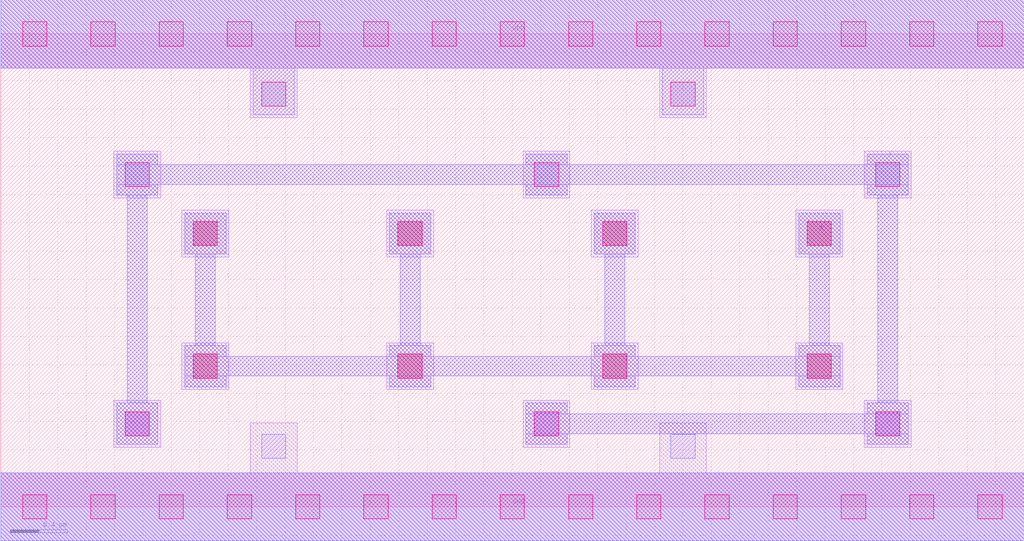
<source format=lef>
MACRO INVX8
 CLASS CORE ;
 FOREIGN INVX8 0 0 ;
 SIZE 7.2 BY 3.33 ;
 ORIGIN 0 0 ;
 SYMMETRY X Y R90 ;
 SITE unit ;
  PIN VDD
   DIRECTION INOUT ;
   USE POWER ;
   SHAPE ABUTMENT ;
    PORT
     CLASS CORE ;
       LAYER li1 ;
        RECT 0.00000000 3.09000000 7.20000000 3.57000000 ;
       LAYER met1 ;
        RECT 0.00000000 3.09000000 7.20000000 3.57000000 ;
    END
  END VDD

  PIN GND
   DIRECTION INOUT ;
   USE POWER ;
   SHAPE ABUTMENT ;
    PORT
     CLASS CORE ;
       LAYER li1 ;
        RECT 0.00000000 -0.24000000 7.20000000 0.24000000 ;
       LAYER met1 ;
        RECT 0.00000000 -0.24000000 7.20000000 0.24000000 ;
    END
  END GND

  PIN Y
   DIRECTION INOUT ;
   USE SIGNAL ;
   SHAPE ABUTMENT ;
    PORT
     CLASS CORE ;
       LAYER met1 ;
        RECT 3.69500000 0.44000000 3.98500000 0.51500000 ;
        RECT 6.09500000 0.44000000 6.38500000 0.51500000 ;
        RECT 3.69500000 0.51500000 6.38500000 0.65500000 ;
        RECT 0.81500000 0.44000000 1.10500000 0.73000000 ;
        RECT 3.69500000 0.65500000 3.98500000 0.73000000 ;
        RECT 6.09500000 0.65500000 6.38500000 0.73000000 ;
        RECT 0.89000000 0.73000000 1.03000000 2.19500000 ;
        RECT 6.17000000 0.73000000 6.31000000 2.19500000 ;
        RECT 0.81500000 2.19500000 1.10500000 2.27000000 ;
        RECT 3.69500000 2.19500000 3.98500000 2.27000000 ;
        RECT 6.09500000 2.19500000 6.38500000 2.27000000 ;
        RECT 0.81500000 2.27000000 6.38500000 2.41000000 ;
        RECT 0.81500000 2.41000000 1.10500000 2.48500000 ;
        RECT 3.69500000 2.41000000 3.98500000 2.48500000 ;
        RECT 6.09500000 2.41000000 6.38500000 2.48500000 ;
    END
  END Y

  PIN A
   DIRECTION INOUT ;
   USE SIGNAL ;
   SHAPE ABUTMENT ;
    PORT
     CLASS CORE ;
       LAYER met1 ;
        RECT 1.29500000 0.84500000 1.58500000 0.92000000 ;
        RECT 2.73500000 0.84500000 3.02500000 0.92000000 ;
        RECT 4.17500000 0.84500000 4.46500000 0.92000000 ;
        RECT 5.61500000 0.84500000 5.90500000 0.92000000 ;
        RECT 1.29500000 0.92000000 5.90500000 1.06000000 ;
        RECT 1.29500000 1.06000000 1.58500000 1.13500000 ;
        RECT 2.73500000 1.06000000 3.02500000 1.13500000 ;
        RECT 4.17500000 1.06000000 4.46500000 1.13500000 ;
        RECT 5.61500000 1.06000000 5.90500000 1.13500000 ;
        RECT 1.37000000 1.13500000 1.51000000 1.78000000 ;
        RECT 2.81000000 1.13500000 2.95000000 1.78000000 ;
        RECT 4.25000000 1.13500000 4.39000000 1.78000000 ;
        RECT 5.69000000 1.13500000 5.83000000 1.78000000 ;
        RECT 1.29500000 1.78000000 1.58500000 2.07000000 ;
        RECT 2.73500000 1.78000000 3.02500000 2.07000000 ;
        RECT 4.17500000 1.78000000 4.46500000 2.07000000 ;
        RECT 5.61500000 1.78000000 5.90500000 2.07000000 ;
    END
  END A

 OBS
    LAYER polycont ;
     RECT 1.35500000 0.90500000 1.52500000 1.07500000 ;
     RECT 2.79500000 0.90500000 2.96500000 1.07500000 ;
     RECT 4.23500000 0.90500000 4.40500000 1.07500000 ;
     RECT 5.67500000 0.90500000 5.84500000 1.07500000 ;
     RECT 1.35500000 1.84000000 1.52500000 2.01000000 ;
     RECT 2.79500000 1.84000000 2.96500000 2.01000000 ;
     RECT 4.23500000 1.84000000 4.40500000 2.01000000 ;
     RECT 5.67500000 1.84000000 5.84500000 2.01000000 ;

    LAYER pdiffc ;
     RECT 0.87500000 2.25500000 1.04500000 2.42500000 ;
     RECT 3.75500000 2.25500000 3.92500000 2.42500000 ;
     RECT 6.15500000 2.25500000 6.32500000 2.42500000 ;
     RECT 1.83500000 2.82000000 2.00500000 2.99000000 ;
     RECT 4.71500000 2.82000000 4.88500000 2.99000000 ;

    LAYER ndiffc ;
     RECT 1.83500000 0.34000000 2.00500000 0.51000000 ;
     RECT 4.71500000 0.34000000 4.88500000 0.51000000 ;
     RECT 0.87500000 0.50000000 1.04500000 0.67000000 ;
     RECT 3.75500000 0.50000000 3.92500000 0.67000000 ;
     RECT 6.15500000 0.50000000 6.32500000 0.67000000 ;

    LAYER li1 ;
     RECT 0.00000000 -0.24000000 7.20000000 0.24000000 ;
     RECT 1.75500000 0.24000000 2.08500000 0.59000000 ;
     RECT 4.63500000 0.24000000 4.96500000 0.59000000 ;
     RECT 0.79500000 0.42000000 1.12500000 0.75000000 ;
     RECT 3.67500000 0.42000000 4.00500000 0.75000000 ;
     RECT 6.07500000 0.42000000 6.40500000 0.75000000 ;
     RECT 1.27500000 0.82500000 1.60500000 1.15500000 ;
     RECT 2.71500000 0.82500000 3.04500000 1.15500000 ;
     RECT 4.15500000 0.82500000 4.48500000 1.15500000 ;
     RECT 5.59500000 0.82500000 5.92500000 1.15500000 ;
     RECT 1.27500000 1.76000000 1.60500000 2.09000000 ;
     RECT 2.71500000 1.76000000 3.04500000 2.09000000 ;
     RECT 4.15500000 1.76000000 4.48500000 2.09000000 ;
     RECT 5.59500000 1.76000000 5.92500000 2.09000000 ;
     RECT 0.79500000 2.17500000 1.12500000 2.50500000 ;
     RECT 3.67500000 2.17500000 4.00500000 2.50500000 ;
     RECT 6.07500000 2.17500000 6.40500000 2.50500000 ;
     RECT 1.75500000 2.74000000 2.08500000 3.09000000 ;
     RECT 4.63500000 2.74000000 4.96500000 3.09000000 ;
     RECT 0.00000000 3.09000000 7.20000000 3.57000000 ;

    LAYER viali ;
     RECT 0.15500000 -0.08500000 0.32500000 0.08500000 ;
     RECT 0.63500000 -0.08500000 0.80500000 0.08500000 ;
     RECT 1.11500000 -0.08500000 1.28500000 0.08500000 ;
     RECT 1.59500000 -0.08500000 1.76500000 0.08500000 ;
     RECT 2.07500000 -0.08500000 2.24500000 0.08500000 ;
     RECT 2.55500000 -0.08500000 2.72500000 0.08500000 ;
     RECT 3.03500000 -0.08500000 3.20500000 0.08500000 ;
     RECT 3.51500000 -0.08500000 3.68500000 0.08500000 ;
     RECT 3.99500000 -0.08500000 4.16500000 0.08500000 ;
     RECT 4.47500000 -0.08500000 4.64500000 0.08500000 ;
     RECT 4.95500000 -0.08500000 5.12500000 0.08500000 ;
     RECT 5.43500000 -0.08500000 5.60500000 0.08500000 ;
     RECT 5.91500000 -0.08500000 6.08500000 0.08500000 ;
     RECT 6.39500000 -0.08500000 6.56500000 0.08500000 ;
     RECT 6.87500000 -0.08500000 7.04500000 0.08500000 ;
     RECT 0.87500000 0.50000000 1.04500000 0.67000000 ;
     RECT 3.75500000 0.50000000 3.92500000 0.67000000 ;
     RECT 6.15500000 0.50000000 6.32500000 0.67000000 ;
     RECT 1.35500000 0.90500000 1.52500000 1.07500000 ;
     RECT 2.79500000 0.90500000 2.96500000 1.07500000 ;
     RECT 4.23500000 0.90500000 4.40500000 1.07500000 ;
     RECT 5.67500000 0.90500000 5.84500000 1.07500000 ;
     RECT 1.35500000 1.84000000 1.52500000 2.01000000 ;
     RECT 2.79500000 1.84000000 2.96500000 2.01000000 ;
     RECT 4.23500000 1.84000000 4.40500000 2.01000000 ;
     RECT 5.67500000 1.84000000 5.84500000 2.01000000 ;
     RECT 0.87500000 2.25500000 1.04500000 2.42500000 ;
     RECT 3.75500000 2.25500000 3.92500000 2.42500000 ;
     RECT 6.15500000 2.25500000 6.32500000 2.42500000 ;
     RECT 1.83500000 2.82000000 2.00500000 2.99000000 ;
     RECT 4.71500000 2.82000000 4.88500000 2.99000000 ;
     RECT 0.15500000 3.24500000 0.32500000 3.41500000 ;
     RECT 0.63500000 3.24500000 0.80500000 3.41500000 ;
     RECT 1.11500000 3.24500000 1.28500000 3.41500000 ;
     RECT 1.59500000 3.24500000 1.76500000 3.41500000 ;
     RECT 2.07500000 3.24500000 2.24500000 3.41500000 ;
     RECT 2.55500000 3.24500000 2.72500000 3.41500000 ;
     RECT 3.03500000 3.24500000 3.20500000 3.41500000 ;
     RECT 3.51500000 3.24500000 3.68500000 3.41500000 ;
     RECT 3.99500000 3.24500000 4.16500000 3.41500000 ;
     RECT 4.47500000 3.24500000 4.64500000 3.41500000 ;
     RECT 4.95500000 3.24500000 5.12500000 3.41500000 ;
     RECT 5.43500000 3.24500000 5.60500000 3.41500000 ;
     RECT 5.91500000 3.24500000 6.08500000 3.41500000 ;
     RECT 6.39500000 3.24500000 6.56500000 3.41500000 ;
     RECT 6.87500000 3.24500000 7.04500000 3.41500000 ;

    LAYER met1 ;
     RECT 0.00000000 -0.24000000 7.20000000 0.24000000 ;
     RECT 1.29500000 0.84500000 1.58500000 0.92000000 ;
     RECT 2.73500000 0.84500000 3.02500000 0.92000000 ;
     RECT 4.17500000 0.84500000 4.46500000 0.92000000 ;
     RECT 5.61500000 0.84500000 5.90500000 0.92000000 ;
     RECT 1.29500000 0.92000000 5.90500000 1.06000000 ;
     RECT 1.29500000 1.06000000 1.58500000 1.13500000 ;
     RECT 2.73500000 1.06000000 3.02500000 1.13500000 ;
     RECT 4.17500000 1.06000000 4.46500000 1.13500000 ;
     RECT 5.61500000 1.06000000 5.90500000 1.13500000 ;
     RECT 1.37000000 1.13500000 1.51000000 1.78000000 ;
     RECT 2.81000000 1.13500000 2.95000000 1.78000000 ;
     RECT 4.25000000 1.13500000 4.39000000 1.78000000 ;
     RECT 5.69000000 1.13500000 5.83000000 1.78000000 ;
     RECT 1.29500000 1.78000000 1.58500000 2.07000000 ;
     RECT 2.73500000 1.78000000 3.02500000 2.07000000 ;
     RECT 4.17500000 1.78000000 4.46500000 2.07000000 ;
     RECT 5.61500000 1.78000000 5.90500000 2.07000000 ;
     RECT 3.69500000 0.44000000 3.98500000 0.51500000 ;
     RECT 6.09500000 0.44000000 6.38500000 0.51500000 ;
     RECT 3.69500000 0.51500000 6.38500000 0.65500000 ;
     RECT 0.81500000 0.44000000 1.10500000 0.73000000 ;
     RECT 3.69500000 0.65500000 3.98500000 0.73000000 ;
     RECT 6.09500000 0.65500000 6.38500000 0.73000000 ;
     RECT 0.89000000 0.73000000 1.03000000 2.19500000 ;
     RECT 6.17000000 0.73000000 6.31000000 2.19500000 ;
     RECT 0.81500000 2.19500000 1.10500000 2.27000000 ;
     RECT 3.69500000 2.19500000 3.98500000 2.27000000 ;
     RECT 6.09500000 2.19500000 6.38500000 2.27000000 ;
     RECT 0.81500000 2.27000000 6.38500000 2.41000000 ;
     RECT 0.81500000 2.41000000 1.10500000 2.48500000 ;
     RECT 3.69500000 2.41000000 3.98500000 2.48500000 ;
     RECT 6.09500000 2.41000000 6.38500000 2.48500000 ;
     RECT 1.77500000 2.76000000 2.06500000 3.09000000 ;
     RECT 4.65500000 2.76000000 4.94500000 3.09000000 ;
     RECT 0.00000000 3.09000000 7.20000000 3.57000000 ;

 END
END INVX8

</source>
